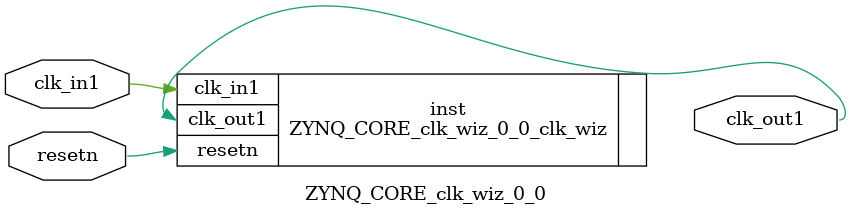
<source format=v>


`timescale 1ps/1ps

(* CORE_GENERATION_INFO = "ZYNQ_CORE_clk_wiz_0_0,clk_wiz_v6_0_9_0_0,{component_name=ZYNQ_CORE_clk_wiz_0_0,use_phase_alignment=true,use_min_o_jitter=false,use_max_i_jitter=false,use_dyn_phase_shift=false,use_inclk_switchover=false,use_dyn_reconfig=false,enable_axi=0,feedback_source=FDBK_AUTO,PRIMITIVE=PLL,num_out_clk=1,clkin1_period=20.833,clkin2_period=10.0,use_power_down=false,use_reset=true,use_locked=false,use_inclk_stopped=false,feedback_type=SINGLE,CLOCK_MGR_TYPE=NA,manual_override=false}" *)

module ZYNQ_CORE_clk_wiz_0_0 
 (
  // Clock out ports
  output        clk_out1,
  // Status and control signals
  input         resetn,
 // Clock in ports
  input         clk_in1
 );

  ZYNQ_CORE_clk_wiz_0_0_clk_wiz inst
  (
  // Clock out ports  
  .clk_out1(clk_out1),
  // Status and control signals               
  .resetn(resetn), 
 // Clock in ports
  .clk_in1(clk_in1)
  );

endmodule

</source>
